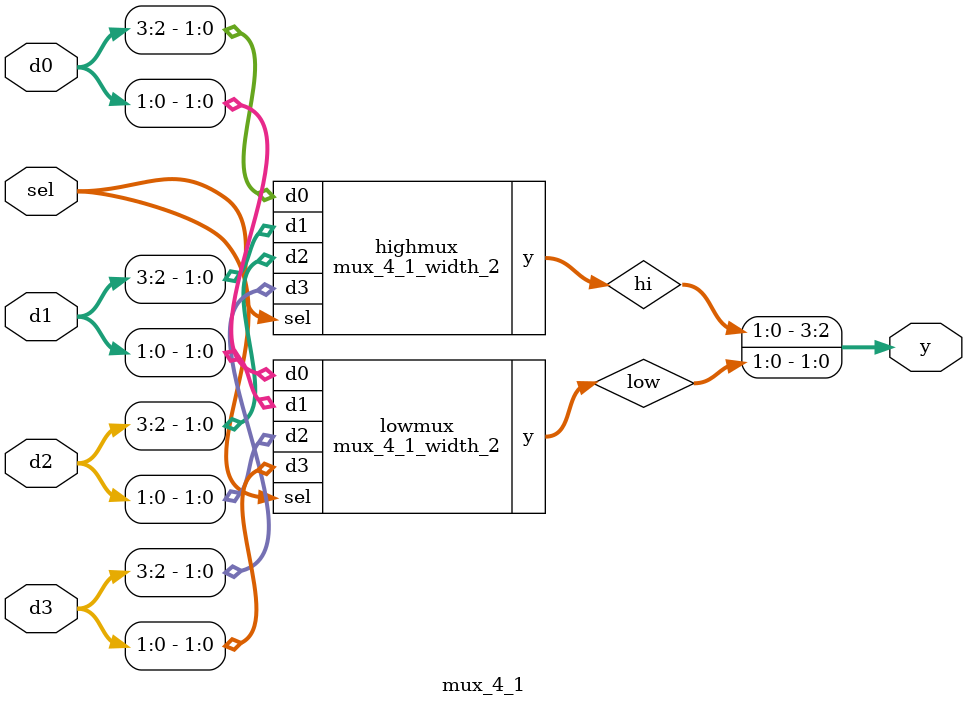
<source format=sv>

module mux_4_1_width_2
(
  input  [1:0] d0, d1, d2, d3,
  input  [1:0] sel,
  output [1:0] y
);

  assign y = sel [1] ? (sel [0] ? d3 : d2)
                     : (sel [0] ? d1 : d0);

endmodule

//----------------------------------------------------------------------------
// Task
//----------------------------------------------------------------------------

module mux_4_1
(
  input  [3:0] d0, d1, d2, d3,
  input  [1:0] sel,
  output [3:0] y
);


  // Task:
  // Implement mux_4_1 with 4-bit data
  // using two instances of mux_4_1_width_2 with 2-bit data

  logic [1:0] low, hi;

  mux_4_1_width_2 lowmux(d0[1:0], d1[1:0], d2[1:0], d3[1:0], sel, low);
  mux_4_1_width_2 highmux(d0[3:2], d1[3:2], d2[3:2], d3[3:2], sel, hi);

  assign y = {hi, low};
  

endmodule

</source>
